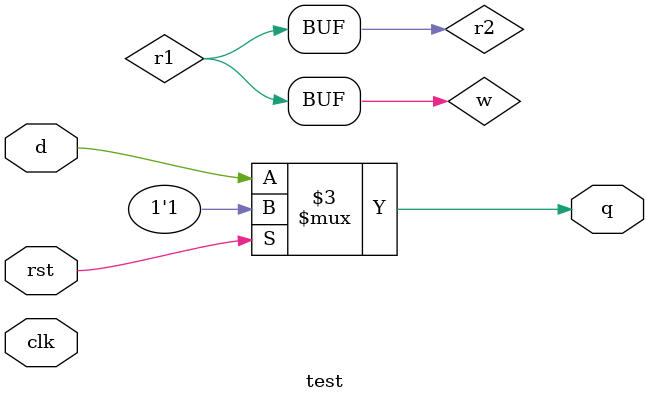
<source format=v>
module test(q, d, clk, rst);
        output reg q;
    input wire d;
    input wire clk;
    input wire rst;
wire w;
    
// Variable declaration.
    reg  r1;
    reg  r2;
    reg  gen_r;
    genvar i;
    assign  w = r2;
    assign  w = r1;

    always @ (*
)    begin
if (rst)
        q <= 1'b1;
else 
        q <= d;
    end

endmodule

</source>
